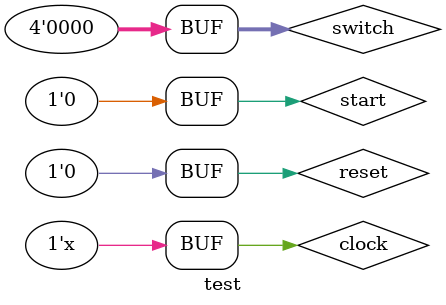
<source format=v>
`timescale 1ns / 1ps


module test;

	reg start;
	reg reset;
	reg clock;
	reg [3:0] switch;
	
	wire [7:0] led;
	wire [3:0] curr_state;
	wire [3:0] next_state;

	always #(20) clock = ~clock;
	
	
	
	smash uut (
		.clock(clock), 
		.start(start),
		.reset(reset),
		.switch(switch),
		.led(led),
		.curr_state(curr_state), 
		.next_state(next_state)
	);

	
	initial begin
	
		// Initialize
		clock = 0;
		start = 0;
		reset = 0;
		switch = 4'b0000;
		
		#123
		start = 1;
		
		
		#123
		start = 0;


		#123
		reset = 1;
		
		
		#123
		reset = 0;

		#123
		start = 1;
		
		
		#123
		start = 0;
		
		#2000
		switch = 4'b0001;
		
		#123
		switch = 4'b0000;
		




	end
      
endmodule


</source>
